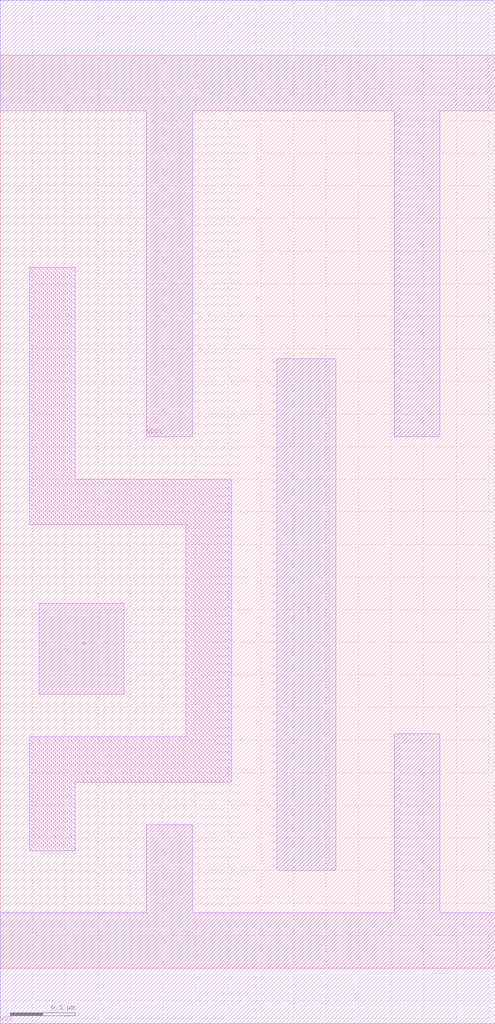
<source format=lef>
# 
# ******************************************************************************
# *                                                                            *
# *                   Copyright (C) 2004-2011, Nangate Inc.                    *
# *                           All rights reserved.                             *
# *                                                                            *
# * Nangate and the Nangate logo are trademarks of Nangate Inc.                *
# *                                                                            *
# * All trademarks, logos, software marks, and trade names (collectively the   *
# * "Marks") in this program are proprietary to Nangate or other respective    *
# * owners that have granted Nangate the right and license to use such Marks.  *
# * You are not permitted to use the Marks without the prior written consent   *
# * of Nangate or such third party that may own the Marks.                     *
# *                                                                            *
# * This file has been provided pursuant to a License Agreement containing     *
# * restrictions on its use. This file contains valuable trade secrets and     *
# * proprietary information of Nangate Inc., and is protected by U.S. and      *
# * international laws and/or treaties.                                        *
# *                                                                            *
# * The copyright notice(s) in this file does not indicate actual or intended  *
# * publication of this file.                                                  *
# *                                                                            *
# *     NGLibraryCreator, v2010.08-HR32-SP3-2010-08-05 - build 1009061800      *
# *                                                                            *
# ******************************************************************************
# 
# 
# Running on server08.nangate.com for user Giancarlo Franciscatto (gfr).
# Local time is now Thu, 6 Jan 2011, 18:10:28.
# Main process id is 3320.

VERSION 5.6 ;
BUSBITCHARS "[]" ;
DIVIDERCHAR "/" ;

MACRO LS_HL_X4
  CLASS core ;
  FOREIGN LS_HL_X4 0.0 0.0 ;
  ORIGIN 0 0 ;
  SYMMETRY X Y ;
  SITE NCSU_FreePDK_45nm ;
  SIZE 0.76 BY 1.4 ;
  PIN A
    DIRECTION INPUT ;
    ANTENNAPARTIALMETALAREA 0.0182 LAYER metal1 ;
    ANTENNAPARTIALMETALSIDEAREA 0.0702 LAYER metal1 ;
    ANTENNAGATEAREA 0.02 ;
    PORT
      LAYER metal1 ;
        POLYGON 0.06 0.42 0.19 0.42 0.19 0.56 0.06 0.56  ;
    END
  END A
  PIN Z
    DIRECTION OUTPUT ;
    ANTENNAPARTIALMETALAREA 0.07065 LAYER metal1 ;
    ANTENNAPARTIALMETALSIDEAREA 0.2275 LAYER metal1 ;
    ANTENNADIFFAREA 0.1008 ;
    PORT
      LAYER metal1 ;
        POLYGON 0.425 0.15 0.515 0.15 0.515 0.935 0.425 0.935  ;
    END
  END Z
  PIN VDDL
    DIRECTION INOUT ;
    USE power ;
    SHAPE ABUTMENT ;
    PORT
      LAYER metal1 ;
        POLYGON 0 1.315 0.225 1.315 0.225 0.815 0.295 0.815 0.295 1.315 0.355 1.315 0.605 1.315 0.605 0.815 0.675 0.815 0.675 1.315 0.76 1.315 0.76 1.485 0.355 1.485 0 1.485  ;
    END
  END VDDL
  PIN VSS
    DIRECTION INOUT ;
    USE ground ;
    SHAPE ABUTMENT ;
    PORT
      LAYER metal1 ;
        POLYGON 0 -0.085 0.76 -0.085 0.76 0.085 0.675 0.085 0.675 0.36 0.605 0.36 0.605 0.085 0.295 0.085 0.295 0.22 0.225 0.22 0.225 0.085 0 0.085  ;
    END
  END VSS
  OBS
      LAYER metal1 ;
        POLYGON 0.045 0.68 0.285 0.68 0.285 0.355 0.045 0.355 0.045 0.18 0.115 0.18 0.115 0.285 0.355 0.285 0.355 0.75 0.115 0.75 0.115 1.075 0.045 1.075  ;
  END
END LS_HL_X4

END LIBRARY
#
# End of file
#

</source>
